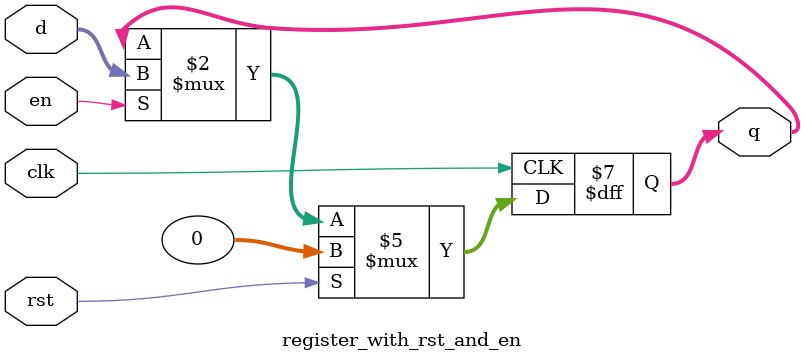
<source format=sv>

module register_with_rst_and_en
(
    input               clk,
    input               rst,
    input               en,
    input        [31:0] d,
    output logic [31:0] q
);

    always_ff @ (posedge clk)
        if (rst)
            q <= '0;
        else if (en)
            q <= d;

endmodule

</source>
